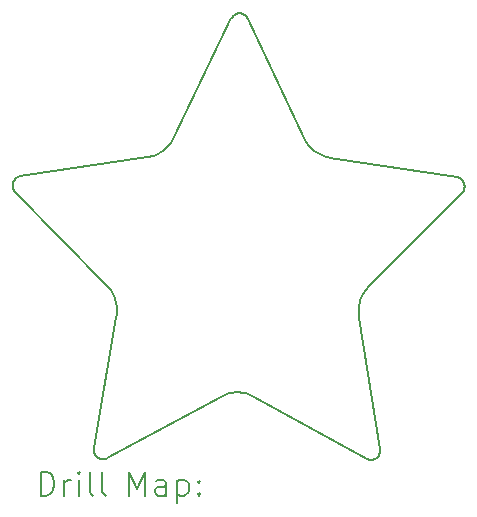
<source format=gbr>
%FSLAX45Y45*%
G04 Gerber Fmt 4.5, Leading zero omitted, Abs format (unit mm)*
G04 Created by KiCad (PCBNEW (6.99.0-1934-gfe17dca71f)) date 2022-05-23 00:26:30*
%MOMM*%
%LPD*%
G01*
G04 APERTURE LIST*
%TA.AperFunction,Profile*%
%ADD10C,0.200000*%
%TD*%
%ADD11C,0.200000*%
G04 APERTURE END LIST*
D10*
X12713854Y-5729777D02*
X12719262Y-5730387D01*
X12724575Y-5731381D01*
X12729776Y-5732749D01*
X12734848Y-5734479D01*
X12739776Y-5736562D01*
X12744543Y-5738986D01*
X12749133Y-5741740D01*
X12753528Y-5744815D01*
X12757713Y-5748199D01*
X12761670Y-5751882D01*
X12765384Y-5755853D01*
X12768837Y-5760101D01*
X12772014Y-5764615D01*
X12774898Y-5769385D01*
X12777472Y-5774400D01*
X13251706Y-6783138D01*
X13260220Y-6799916D01*
X13269647Y-6816011D01*
X13279948Y-6831392D01*
X13291082Y-6846029D01*
X13303010Y-6859892D01*
X13315692Y-6872951D01*
X13329088Y-6885174D01*
X13343158Y-6896533D01*
X13357862Y-6906997D01*
X13373160Y-6916535D01*
X13389012Y-6925117D01*
X13405379Y-6932713D01*
X13422220Y-6939293D01*
X13439496Y-6944826D01*
X13457167Y-6949283D01*
X13475192Y-6952632D01*
X14547586Y-7116876D01*
X14552983Y-7117906D01*
X14558247Y-7119316D01*
X14563364Y-7121091D01*
X14568318Y-7123220D01*
X14573096Y-7125689D01*
X14577681Y-7128485D01*
X14582059Y-7131595D01*
X14586216Y-7135007D01*
X14590137Y-7138706D01*
X14593806Y-7142680D01*
X14597209Y-7146916D01*
X14600331Y-7151400D01*
X14603157Y-7156121D01*
X14605673Y-7161064D01*
X14607863Y-7166216D01*
X14609713Y-7171565D01*
X14611193Y-7177038D01*
X14612286Y-7182556D01*
X14612997Y-7188101D01*
X14613331Y-7193652D01*
X14613293Y-7199190D01*
X14612887Y-7204696D01*
X14612119Y-7210150D01*
X14610993Y-7215532D01*
X14609513Y-7220823D01*
X14607686Y-7226002D01*
X14605514Y-7231052D01*
X14603004Y-7235951D01*
X14600160Y-7240680D01*
X14596986Y-7245220D01*
X14593488Y-7249551D01*
X14589671Y-7253654D01*
X13808519Y-8035977D01*
X13795718Y-8049606D01*
X13783823Y-8063921D01*
X13772850Y-8078875D01*
X13762815Y-8094416D01*
X13753734Y-8110499D01*
X13745621Y-8127072D01*
X13738494Y-8144088D01*
X13732366Y-8161498D01*
X13727254Y-8179253D01*
X13723173Y-8197304D01*
X13720140Y-8215603D01*
X13718168Y-8234101D01*
X13717275Y-8252749D01*
X13717476Y-8271498D01*
X13718786Y-8290299D01*
X13721220Y-8309105D01*
X13898225Y-9416956D01*
X13898929Y-9422595D01*
X13899244Y-9428221D01*
X13899178Y-9433817D01*
X13898738Y-9439363D01*
X13897932Y-9444841D01*
X13896766Y-9450232D01*
X13895249Y-9455518D01*
X13893388Y-9460679D01*
X13891190Y-9465697D01*
X13888663Y-9470553D01*
X13885815Y-9475229D01*
X13882652Y-9479706D01*
X13879182Y-9483965D01*
X13875413Y-9487987D01*
X13871352Y-9491754D01*
X13867006Y-9495248D01*
X13862435Y-9498415D01*
X13857702Y-9501216D01*
X13852829Y-9503649D01*
X13847835Y-9505712D01*
X13842738Y-9507404D01*
X13837560Y-9508725D01*
X13832318Y-9509671D01*
X13827032Y-9510243D01*
X13821723Y-9510438D01*
X13816408Y-9510255D01*
X13811109Y-9509693D01*
X13805844Y-9508750D01*
X13800632Y-9507425D01*
X13795494Y-9505716D01*
X13790449Y-9503623D01*
X13785515Y-9501143D01*
X13785515Y-9501143D01*
X13785515Y-9501143D01*
X13785515Y-9501143D01*
X13785515Y-9501143D01*
X13785515Y-9501143D01*
X13785515Y-9501143D01*
X13785516Y-9501143D01*
X12828503Y-8975908D01*
X12812077Y-8967553D01*
X12795299Y-8960305D01*
X12778217Y-8954166D01*
X12760880Y-8949134D01*
X12743340Y-8945210D01*
X12725644Y-8942395D01*
X12707843Y-8940687D01*
X12689987Y-8940089D01*
X12672123Y-8940598D01*
X12654303Y-8942217D01*
X12636576Y-8944944D01*
X12618991Y-8948780D01*
X12601598Y-8953725D01*
X12584446Y-8959779D01*
X12567585Y-8966943D01*
X12551064Y-8975215D01*
X11588064Y-9495661D01*
X11583103Y-9498116D01*
X11578033Y-9500185D01*
X11572876Y-9501867D01*
X11567649Y-9503166D01*
X11562373Y-9504083D01*
X11557068Y-9504618D01*
X11551752Y-9504775D01*
X11546444Y-9504553D01*
X11541166Y-9503955D01*
X11535935Y-9502983D01*
X11530771Y-9501637D01*
X11525694Y-9499919D01*
X11520724Y-9497831D01*
X11515879Y-9495374D01*
X11511179Y-9492550D01*
X11506643Y-9489360D01*
X11504455Y-9487637D01*
X11502338Y-9485845D01*
X11500293Y-9483984D01*
X11498320Y-9482057D01*
X11494597Y-9478016D01*
X11491176Y-9473740D01*
X11488065Y-9469248D01*
X11485269Y-9464558D01*
X11482798Y-9459689D01*
X11480658Y-9454660D01*
X11478856Y-9449490D01*
X11477400Y-9444197D01*
X11476296Y-9438801D01*
X11475552Y-9433319D01*
X11475175Y-9427770D01*
X11475173Y-9422174D01*
X11475553Y-9416550D01*
X11475888Y-9413732D01*
X11476322Y-9410914D01*
X11666007Y-8303978D01*
X11668657Y-8285185D01*
X11670182Y-8266390D01*
X11670597Y-8247643D01*
X11669917Y-8228991D01*
X11668158Y-8210484D01*
X11665334Y-8192171D01*
X11661460Y-8174100D01*
X11656552Y-8156320D01*
X11650624Y-8138880D01*
X11643691Y-8121828D01*
X11635769Y-8105215D01*
X11626872Y-8089088D01*
X11617015Y-8073497D01*
X11606214Y-8058489D01*
X11594483Y-8044115D01*
X11581838Y-8030422D01*
X10809667Y-7244224D01*
X10805897Y-7240103D01*
X10802449Y-7235754D01*
X10799327Y-7231198D01*
X10796537Y-7226455D01*
X10794083Y-7221543D01*
X10791969Y-7216483D01*
X10790201Y-7211295D01*
X10788782Y-7205997D01*
X10787717Y-7200609D01*
X10787011Y-7195152D01*
X10786669Y-7189644D01*
X10786694Y-7184106D01*
X10787092Y-7178556D01*
X10787867Y-7173015D01*
X10789023Y-7167503D01*
X10790565Y-7162038D01*
X10792476Y-7156698D01*
X10794725Y-7151556D01*
X10797298Y-7146626D01*
X10800178Y-7141920D01*
X10803351Y-7137451D01*
X10806802Y-7133232D01*
X10810517Y-7129277D01*
X10814480Y-7125597D01*
X10818676Y-7122207D01*
X10823090Y-7119119D01*
X10827707Y-7116346D01*
X10832512Y-7113900D01*
X10837491Y-7111796D01*
X10842628Y-7110046D01*
X10847908Y-7108663D01*
X10850597Y-7108114D01*
X10853317Y-7107660D01*
X11927561Y-6948771D01*
X11945624Y-6945512D01*
X11963345Y-6941144D01*
X11980684Y-6935697D01*
X11997600Y-6929201D01*
X12014053Y-6921687D01*
X12030004Y-6913184D01*
X12045410Y-6903722D01*
X12060234Y-6893333D01*
X12074433Y-6882044D01*
X12087968Y-6869888D01*
X12100799Y-6856893D01*
X12112886Y-6843090D01*
X12124187Y-6828509D01*
X12134664Y-6813180D01*
X12144275Y-6797132D01*
X12152981Y-6780397D01*
X12638752Y-5774054D01*
X12640029Y-5771523D01*
X12641384Y-5769052D01*
X12642816Y-5766643D01*
X12644322Y-5764296D01*
X12645901Y-5762014D01*
X12647551Y-5759798D01*
X12649268Y-5757649D01*
X12651053Y-5755568D01*
X12652901Y-5753556D01*
X12654812Y-5751616D01*
X12656782Y-5749747D01*
X12658811Y-5747953D01*
X12660896Y-5746233D01*
X12663034Y-5744590D01*
X12665225Y-5743024D01*
X12667465Y-5741537D01*
X12669752Y-5740130D01*
X12672085Y-5738805D01*
X12674462Y-5737563D01*
X12676880Y-5736405D01*
X12679337Y-5735332D01*
X12681832Y-5734347D01*
X12684361Y-5733449D01*
X12686924Y-5732642D01*
X12689518Y-5731925D01*
X12692141Y-5731300D01*
X12694790Y-5730769D01*
X12697464Y-5730333D01*
X12700161Y-5729992D01*
X12702879Y-5729750D01*
X12705615Y-5729606D01*
X12708368Y-5729562D01*
X12713854Y-5729777D01*
D11*
X11024288Y-9813914D02*
X11024288Y-9613914D01*
X11024288Y-9613914D02*
X11071907Y-9613914D01*
X11071907Y-9613914D02*
X11100478Y-9623438D01*
X11100478Y-9623438D02*
X11119526Y-9642485D01*
X11119526Y-9642485D02*
X11129050Y-9661533D01*
X11129050Y-9661533D02*
X11138574Y-9699628D01*
X11138574Y-9699628D02*
X11138574Y-9728200D01*
X11138574Y-9728200D02*
X11129050Y-9766295D01*
X11129050Y-9766295D02*
X11119526Y-9785342D01*
X11119526Y-9785342D02*
X11100478Y-9804390D01*
X11100478Y-9804390D02*
X11071907Y-9813914D01*
X11071907Y-9813914D02*
X11024288Y-9813914D01*
X11224288Y-9813914D02*
X11224288Y-9680581D01*
X11224288Y-9718676D02*
X11233812Y-9699628D01*
X11233812Y-9699628D02*
X11243335Y-9690104D01*
X11243335Y-9690104D02*
X11262383Y-9680581D01*
X11262383Y-9680581D02*
X11281431Y-9680581D01*
X11348097Y-9813914D02*
X11348097Y-9680581D01*
X11348097Y-9613914D02*
X11338573Y-9623438D01*
X11338573Y-9623438D02*
X11348097Y-9632962D01*
X11348097Y-9632962D02*
X11357621Y-9623438D01*
X11357621Y-9623438D02*
X11348097Y-9613914D01*
X11348097Y-9613914D02*
X11348097Y-9632962D01*
X11471907Y-9813914D02*
X11452859Y-9804390D01*
X11452859Y-9804390D02*
X11443335Y-9785342D01*
X11443335Y-9785342D02*
X11443335Y-9613914D01*
X11576669Y-9813914D02*
X11557621Y-9804390D01*
X11557621Y-9804390D02*
X11548097Y-9785342D01*
X11548097Y-9785342D02*
X11548097Y-9613914D01*
X11772859Y-9813914D02*
X11772859Y-9613914D01*
X11772859Y-9613914D02*
X11839526Y-9756771D01*
X11839526Y-9756771D02*
X11906192Y-9613914D01*
X11906192Y-9613914D02*
X11906192Y-9813914D01*
X12087145Y-9813914D02*
X12087145Y-9709152D01*
X12087145Y-9709152D02*
X12077621Y-9690104D01*
X12077621Y-9690104D02*
X12058573Y-9680581D01*
X12058573Y-9680581D02*
X12020478Y-9680581D01*
X12020478Y-9680581D02*
X12001431Y-9690104D01*
X12087145Y-9804390D02*
X12068097Y-9813914D01*
X12068097Y-9813914D02*
X12020478Y-9813914D01*
X12020478Y-9813914D02*
X12001431Y-9804390D01*
X12001431Y-9804390D02*
X11991907Y-9785342D01*
X11991907Y-9785342D02*
X11991907Y-9766295D01*
X11991907Y-9766295D02*
X12001431Y-9747247D01*
X12001431Y-9747247D02*
X12020478Y-9737723D01*
X12020478Y-9737723D02*
X12068097Y-9737723D01*
X12068097Y-9737723D02*
X12087145Y-9728200D01*
X12182383Y-9680581D02*
X12182383Y-9880581D01*
X12182383Y-9690104D02*
X12201431Y-9680581D01*
X12201431Y-9680581D02*
X12239526Y-9680581D01*
X12239526Y-9680581D02*
X12258573Y-9690104D01*
X12258573Y-9690104D02*
X12268097Y-9699628D01*
X12268097Y-9699628D02*
X12277621Y-9718676D01*
X12277621Y-9718676D02*
X12277621Y-9775819D01*
X12277621Y-9775819D02*
X12268097Y-9794866D01*
X12268097Y-9794866D02*
X12258573Y-9804390D01*
X12258573Y-9804390D02*
X12239526Y-9813914D01*
X12239526Y-9813914D02*
X12201431Y-9813914D01*
X12201431Y-9813914D02*
X12182383Y-9804390D01*
X12363335Y-9794866D02*
X12372859Y-9804390D01*
X12372859Y-9804390D02*
X12363335Y-9813914D01*
X12363335Y-9813914D02*
X12353812Y-9804390D01*
X12353812Y-9804390D02*
X12363335Y-9794866D01*
X12363335Y-9794866D02*
X12363335Y-9813914D01*
X12363335Y-9690104D02*
X12372859Y-9699628D01*
X12372859Y-9699628D02*
X12363335Y-9709152D01*
X12363335Y-9709152D02*
X12353812Y-9699628D01*
X12353812Y-9699628D02*
X12363335Y-9690104D01*
X12363335Y-9690104D02*
X12363335Y-9709152D01*
M02*

</source>
